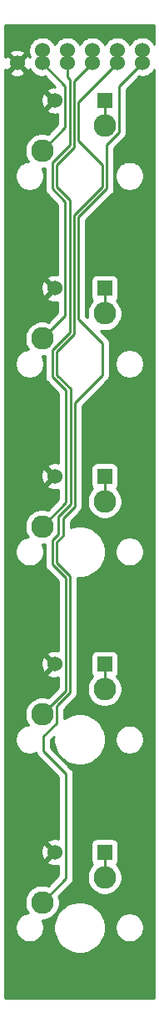
<source format=gtl>
%TF.GenerationSoftware,KiCad,Pcbnew,5.1.6-1.fc32*%
%TF.CreationDate,2020-08-03T22:39:13-06:00*%
%TF.ProjectId,5_switch_column,355f7377-6974-4636-985f-636f6c756d6e,01*%
%TF.SameCoordinates,Original*%
%TF.FileFunction,Copper,L1,Top*%
%TF.FilePolarity,Positive*%
%FSLAX46Y46*%
G04 Gerber Fmt 4.6, Leading zero omitted, Abs format (unit mm)*
G04 Created by KiCad (PCBNEW 5.1.6-1.fc32) date 2020-08-03 22:39:13*
%MOMM*%
%LPD*%
G01*
G04 APERTURE LIST*
%TA.AperFunction,ComponentPad*%
%ADD10C,2.286000*%
%TD*%
%TA.AperFunction,ComponentPad*%
%ADD11R,1.524000X1.524000*%
%TD*%
%TA.AperFunction,ComponentPad*%
%ADD12C,1.524000*%
%TD*%
%TA.AperFunction,Conductor*%
%ADD13C,0.250000*%
%TD*%
%TA.AperFunction,Conductor*%
%ADD14C,0.254000*%
%TD*%
G04 APERTURE END LIST*
D10*
%TO.P,S1,1*%
%TO.N,Net-(S1-Pad1)*%
X120000000Y-80000000D03*
%TO.P,S1,2*%
%TO.N,Net-(S1-Pad2)*%
X113650000Y-82540000D03*
D11*
%TO.P,S1,3*%
%TO.N,Net-(S1-Pad1)*%
X120000000Y-77460000D03*
D12*
%TO.P,S1,4*%
%TO.N,Net-(S1-Pad4)*%
X114920000Y-77460000D03*
%TD*%
%TO.P,S2,4*%
%TO.N,Net-(S1-Pad4)*%
X114920000Y-96460000D03*
D11*
%TO.P,S2,3*%
%TO.N,Net-(S2-Pad1)*%
X120000000Y-96460000D03*
D10*
%TO.P,S2,2*%
%TO.N,Net-(S2-Pad2)*%
X113650000Y-101540000D03*
%TO.P,S2,1*%
%TO.N,Net-(S2-Pad1)*%
X120000000Y-99000000D03*
%TD*%
%TO.P,S3,1*%
%TO.N,Net-(S3-Pad1)*%
X120000000Y-118000000D03*
%TO.P,S3,2*%
%TO.N,Net-(S3-Pad2)*%
X113650000Y-120540000D03*
D11*
%TO.P,S3,3*%
%TO.N,Net-(S3-Pad1)*%
X120000000Y-115460000D03*
D12*
%TO.P,S3,4*%
%TO.N,Net-(S1-Pad4)*%
X114920000Y-115460000D03*
%TD*%
%TO.P,S4,4*%
%TO.N,Net-(S1-Pad4)*%
X114920000Y-134460000D03*
D11*
%TO.P,S4,3*%
%TO.N,Net-(S4-Pad1)*%
X120000000Y-134460000D03*
D10*
%TO.P,S4,2*%
%TO.N,Net-(S4-Pad2)*%
X113650000Y-139540000D03*
%TO.P,S4,1*%
%TO.N,Net-(S4-Pad1)*%
X120000000Y-137000000D03*
%TD*%
%TO.P,S5,1*%
%TO.N,Net-(S5-Pad1)*%
X120000000Y-156000000D03*
%TO.P,S5,2*%
%TO.N,Net-(S5-Pad2)*%
X113650000Y-158540000D03*
D11*
%TO.P,S5,3*%
%TO.N,Net-(S5-Pad1)*%
X120000000Y-153460000D03*
D12*
%TO.P,S5,4*%
%TO.N,Net-(S1-Pad4)*%
X114920000Y-153460000D03*
%TD*%
%TO.P,U1,1*%
%TO.N,Net-(S1-Pad4)*%
X111125000Y-73660000D03*
%TO.P,U1,2*%
%TO.N,Net-(S1-Pad2)*%
X113665000Y-73660000D03*
%TO.P,U1,3*%
%TO.N,Net-(S2-Pad2)*%
X116205000Y-73660000D03*
%TO.P,U1,4*%
%TO.N,Net-(S3-Pad2)*%
X118745000Y-73660000D03*
%TO.P,U1,5*%
%TO.N,Net-(S4-Pad2)*%
X121285000Y-73660000D03*
%TO.P,U1,6*%
%TO.N,Net-(S5-Pad2)*%
X123825000Y-73660000D03*
%TO.P,U1,2*%
%TO.N,Net-(S1-Pad2)*%
X113665000Y-72390000D03*
%TO.P,U1,3*%
%TO.N,Net-(S2-Pad2)*%
X116205000Y-72390000D03*
%TO.P,U1,4*%
%TO.N,Net-(S3-Pad2)*%
X118745000Y-72390000D03*
%TO.P,U1,5*%
%TO.N,Net-(S4-Pad2)*%
X121285000Y-72390000D03*
%TO.P,U1,6*%
%TO.N,Net-(S5-Pad2)*%
X123825000Y-72390000D03*
%TD*%
D13*
%TO.N,Net-(S1-Pad2)*%
X113650000Y-73675000D02*
X113665000Y-73660000D01*
X116007001Y-76002001D02*
X113665000Y-73660000D01*
X116007001Y-80182999D02*
X116007001Y-76002001D01*
X113650000Y-82540000D02*
X116007001Y-80182999D01*
%TO.N,Net-(S1-Pad1)*%
X120000000Y-77460000D02*
X120000000Y-80000000D01*
%TO.N,Net-(S2-Pad2)*%
X116457011Y-75309011D02*
X116457011Y-81916989D01*
X116007001Y-99182999D02*
X113650000Y-101540000D01*
X116205000Y-75057000D02*
X116457011Y-75309011D01*
X116205000Y-73660000D02*
X116205000Y-75057000D01*
X114684989Y-83689011D02*
X116457011Y-81916989D01*
X114684989Y-86382401D02*
X114684989Y-83689011D01*
X116007001Y-87704413D02*
X114684989Y-86382401D01*
X116007001Y-99182999D02*
X116007001Y-87704413D01*
%TO.N,Net-(S2-Pad1)*%
X120000000Y-96460000D02*
X120000000Y-99000000D01*
%TO.N,Net-(S3-Pad2)*%
X116907021Y-75497979D02*
X118745000Y-73660000D01*
X116907021Y-82228979D02*
X116907021Y-75497979D01*
X116457011Y-87518013D02*
X115134999Y-86196001D01*
X115134999Y-86196001D02*
X115134999Y-84001001D01*
X114684989Y-102677653D02*
X116457011Y-100905631D01*
X116457011Y-100905631D02*
X116457011Y-87518013D01*
X114684989Y-105382401D02*
X114684989Y-102677653D01*
X115134999Y-84001001D02*
X116907021Y-82228979D01*
X116078000Y-106775412D02*
X114684989Y-105382401D01*
X116078000Y-118112000D02*
X116078000Y-106775412D01*
X113650000Y-120540000D02*
X116078000Y-118112000D01*
%TO.N,Net-(S3-Pad1)*%
X120000000Y-115460000D02*
X120000000Y-118000000D01*
%TO.N,Net-(S4-Pad2)*%
X113650000Y-139540000D02*
X116030000Y-137160000D01*
X115316000Y-121283590D02*
X115316000Y-119510410D01*
X114684989Y-121914601D02*
X115316000Y-121283590D01*
X114684989Y-124382401D02*
X114684989Y-121914601D01*
X116030000Y-125727412D02*
X114684989Y-124382401D01*
X116030000Y-137160000D02*
X116030000Y-125727412D01*
X115134999Y-105196001D02*
X115134999Y-103051001D01*
X116528010Y-106589012D02*
X115134999Y-105196001D01*
X116528010Y-118298400D02*
X116528010Y-106589012D01*
X115316000Y-119510410D02*
X116528010Y-118298400D01*
X115134999Y-103051001D02*
X115134999Y-102963999D01*
X117357031Y-81536029D02*
X117357031Y-77587969D01*
X119785001Y-83963999D02*
X117357031Y-81536029D01*
X119785001Y-86196001D02*
X119785001Y-83963999D01*
X116907021Y-89073981D02*
X119785001Y-86196001D01*
X117357031Y-77587969D02*
X121285000Y-73660000D01*
X116907021Y-101092031D02*
X116907021Y-89073981D01*
X115134999Y-102864053D02*
X116907021Y-101092031D01*
X115134999Y-103051001D02*
X115134999Y-102864053D01*
%TO.N,Net-(S4-Pad1)*%
X120000000Y-134460000D02*
X120000000Y-137000000D01*
%TO.N,Net-(S5-Pad2)*%
X121468001Y-76016999D02*
X123825000Y-73660000D01*
X120235011Y-81937631D02*
X121468001Y-80704641D01*
X120235011Y-86382401D02*
X120235011Y-81937631D01*
X121468001Y-80704641D02*
X121468001Y-76016999D01*
X117357031Y-89260381D02*
X120235011Y-86382401D01*
X116978020Y-108002982D02*
X119785001Y-105196001D01*
X115766010Y-121469990D02*
X115766010Y-119696810D01*
X113650000Y-158540000D02*
X116078000Y-156112000D01*
X113792000Y-143256000D02*
X113792000Y-141732000D01*
X115316000Y-138510410D02*
X116480009Y-137346401D01*
X113792000Y-141732000D02*
X115118001Y-140405999D01*
X115118001Y-140405999D02*
X115118001Y-138740001D01*
X115766010Y-119696810D02*
X116978020Y-118484800D01*
X115316000Y-138542002D02*
X115316000Y-138510410D01*
X119785001Y-105196001D02*
X119785001Y-102005001D01*
X116078000Y-145542000D02*
X113792000Y-143256000D01*
X116480009Y-125541011D02*
X115134999Y-124196001D01*
X119785001Y-102005001D02*
X117357031Y-99577031D01*
X116978020Y-118484800D02*
X116978020Y-108002982D01*
X115134999Y-124196001D02*
X115134999Y-122101001D01*
X117357031Y-99577031D02*
X117357031Y-89260381D01*
X116078000Y-156112000D02*
X116078000Y-145542000D01*
X115118001Y-138740001D02*
X115316000Y-138542002D01*
X116480009Y-137346401D02*
X116480009Y-125541011D01*
X115134999Y-122101001D02*
X115766010Y-121469990D01*
%TO.N,Net-(S5-Pad1)*%
X120000000Y-153460000D02*
X120000000Y-156000000D01*
%TD*%
D14*
%TO.N,Net-(S1-Pad4)*%
G36*
X125070001Y-71745163D02*
G01*
X125063005Y-71728273D01*
X124910120Y-71499465D01*
X124715535Y-71304880D01*
X124486727Y-71151995D01*
X124232490Y-71046686D01*
X123962592Y-70993000D01*
X123687408Y-70993000D01*
X123417510Y-71046686D01*
X123163273Y-71151995D01*
X122934465Y-71304880D01*
X122739880Y-71499465D01*
X122586995Y-71728273D01*
X122555000Y-71805515D01*
X122523005Y-71728273D01*
X122370120Y-71499465D01*
X122175535Y-71304880D01*
X121946727Y-71151995D01*
X121692490Y-71046686D01*
X121422592Y-70993000D01*
X121147408Y-70993000D01*
X120877510Y-71046686D01*
X120623273Y-71151995D01*
X120394465Y-71304880D01*
X120199880Y-71499465D01*
X120046995Y-71728273D01*
X120015000Y-71805515D01*
X119983005Y-71728273D01*
X119830120Y-71499465D01*
X119635535Y-71304880D01*
X119406727Y-71151995D01*
X119152490Y-71046686D01*
X118882592Y-70993000D01*
X118607408Y-70993000D01*
X118337510Y-71046686D01*
X118083273Y-71151995D01*
X117854465Y-71304880D01*
X117659880Y-71499465D01*
X117506995Y-71728273D01*
X117475000Y-71805515D01*
X117443005Y-71728273D01*
X117290120Y-71499465D01*
X117095535Y-71304880D01*
X116866727Y-71151995D01*
X116612490Y-71046686D01*
X116342592Y-70993000D01*
X116067408Y-70993000D01*
X115797510Y-71046686D01*
X115543273Y-71151995D01*
X115314465Y-71304880D01*
X115119880Y-71499465D01*
X114966995Y-71728273D01*
X114935000Y-71805515D01*
X114903005Y-71728273D01*
X114750120Y-71499465D01*
X114555535Y-71304880D01*
X114326727Y-71151995D01*
X114072490Y-71046686D01*
X113802592Y-70993000D01*
X113527408Y-70993000D01*
X113257510Y-71046686D01*
X113003273Y-71151995D01*
X112774465Y-71304880D01*
X112579880Y-71499465D01*
X112426995Y-71728273D01*
X112321686Y-71982510D01*
X112268000Y-72252408D01*
X112268000Y-72527592D01*
X112321686Y-72797490D01*
X112415924Y-73025000D01*
X112397308Y-73069943D01*
X112392636Y-73056977D01*
X112330656Y-72941020D01*
X112090565Y-72874040D01*
X111304605Y-73660000D01*
X112090565Y-74445960D01*
X112330656Y-74378980D01*
X112394485Y-74243240D01*
X112426995Y-74321727D01*
X112579880Y-74550535D01*
X112774465Y-74745120D01*
X113003273Y-74898005D01*
X113257510Y-75003314D01*
X113527408Y-75057000D01*
X113802592Y-75057000D01*
X113956570Y-75026372D01*
X114995190Y-76064991D01*
X114847983Y-76058090D01*
X114575867Y-76099078D01*
X114316977Y-76192364D01*
X114201020Y-76254344D01*
X114134040Y-76494435D01*
X114920000Y-77280395D01*
X114934143Y-77266253D01*
X115113748Y-77445858D01*
X115099605Y-77460000D01*
X115113748Y-77474143D01*
X114934143Y-77653748D01*
X114920000Y-77639605D01*
X114134040Y-78425565D01*
X114201020Y-78665656D01*
X114450048Y-78782756D01*
X114717135Y-78849023D01*
X114992017Y-78861910D01*
X115247001Y-78823502D01*
X115247001Y-79868197D01*
X114250823Y-80864376D01*
X114168623Y-80830328D01*
X113825118Y-80762000D01*
X113474882Y-80762000D01*
X113131377Y-80830328D01*
X112807801Y-80964357D01*
X112516591Y-81158937D01*
X112268937Y-81406591D01*
X112074357Y-81697801D01*
X111940328Y-82021377D01*
X111872000Y-82364882D01*
X111872000Y-82715118D01*
X111940328Y-83058623D01*
X112074357Y-83382199D01*
X112218563Y-83598019D01*
X111946842Y-83652068D01*
X111676589Y-83764010D01*
X111433368Y-83926525D01*
X111226525Y-84133368D01*
X111064010Y-84376589D01*
X110952068Y-84646842D01*
X110895000Y-84933740D01*
X110895000Y-85226260D01*
X110952068Y-85513158D01*
X111064010Y-85783411D01*
X111226525Y-86026632D01*
X111433368Y-86233475D01*
X111676589Y-86395990D01*
X111946842Y-86507932D01*
X112233740Y-86565000D01*
X112526260Y-86565000D01*
X112813158Y-86507932D01*
X113083411Y-86395990D01*
X113326632Y-86233475D01*
X113533475Y-86026632D01*
X113695990Y-85783411D01*
X113807932Y-85513158D01*
X113865000Y-85226260D01*
X113865000Y-84933740D01*
X113807932Y-84646842D01*
X113695990Y-84376589D01*
X113656842Y-84318000D01*
X113825118Y-84318000D01*
X113924990Y-84298134D01*
X113924989Y-86345078D01*
X113921313Y-86382401D01*
X113924989Y-86419723D01*
X113924989Y-86419733D01*
X113935986Y-86531386D01*
X113962951Y-86620278D01*
X113979443Y-86674647D01*
X114050015Y-86806677D01*
X114069956Y-86830975D01*
X114144988Y-86922402D01*
X114173992Y-86946205D01*
X115247002Y-88019216D01*
X115247001Y-95101776D01*
X115122865Y-95070977D01*
X114847983Y-95058090D01*
X114575867Y-95099078D01*
X114316977Y-95192364D01*
X114201020Y-95254344D01*
X114134040Y-95494435D01*
X114920000Y-96280395D01*
X114934143Y-96266253D01*
X115113748Y-96445858D01*
X115099605Y-96460000D01*
X115113748Y-96474143D01*
X114934143Y-96653748D01*
X114920000Y-96639605D01*
X114134040Y-97425565D01*
X114201020Y-97665656D01*
X114450048Y-97782756D01*
X114717135Y-97849023D01*
X114992017Y-97861910D01*
X115247001Y-97823503D01*
X115247001Y-98868197D01*
X114250823Y-99864376D01*
X114168623Y-99830328D01*
X113825118Y-99762000D01*
X113474882Y-99762000D01*
X113131377Y-99830328D01*
X112807801Y-99964357D01*
X112516591Y-100158937D01*
X112268937Y-100406591D01*
X112074357Y-100697801D01*
X111940328Y-101021377D01*
X111872000Y-101364882D01*
X111872000Y-101715118D01*
X111940328Y-102058623D01*
X112074357Y-102382199D01*
X112218563Y-102598019D01*
X111946842Y-102652068D01*
X111676589Y-102764010D01*
X111433368Y-102926525D01*
X111226525Y-103133368D01*
X111064010Y-103376589D01*
X110952068Y-103646842D01*
X110895000Y-103933740D01*
X110895000Y-104226260D01*
X110952068Y-104513158D01*
X111064010Y-104783411D01*
X111226525Y-105026632D01*
X111433368Y-105233475D01*
X111676589Y-105395990D01*
X111946842Y-105507932D01*
X112233740Y-105565000D01*
X112526260Y-105565000D01*
X112813158Y-105507932D01*
X113083411Y-105395990D01*
X113326632Y-105233475D01*
X113533475Y-105026632D01*
X113695990Y-104783411D01*
X113807932Y-104513158D01*
X113865000Y-104226260D01*
X113865000Y-103933740D01*
X113807932Y-103646842D01*
X113695990Y-103376589D01*
X113656842Y-103318000D01*
X113825118Y-103318000D01*
X113924990Y-103298134D01*
X113924989Y-105345078D01*
X113921313Y-105382401D01*
X113924989Y-105419723D01*
X113924989Y-105419733D01*
X113935986Y-105531386D01*
X113979443Y-105674647D01*
X114050015Y-105806677D01*
X114069956Y-105830975D01*
X114144988Y-105922402D01*
X114173992Y-105946205D01*
X115318001Y-107090215D01*
X115318000Y-114119392D01*
X115122865Y-114070977D01*
X114847983Y-114058090D01*
X114575867Y-114099078D01*
X114316977Y-114192364D01*
X114201020Y-114254344D01*
X114134040Y-114494435D01*
X114920000Y-115280395D01*
X114934143Y-115266253D01*
X115113748Y-115445858D01*
X115099605Y-115460000D01*
X115113748Y-115474143D01*
X114934143Y-115653748D01*
X114920000Y-115639605D01*
X114134040Y-116425565D01*
X114201020Y-116665656D01*
X114450048Y-116782756D01*
X114717135Y-116849023D01*
X114992017Y-116861910D01*
X115264133Y-116820922D01*
X115318000Y-116801512D01*
X115318000Y-117797198D01*
X114250823Y-118864376D01*
X114168623Y-118830328D01*
X113825118Y-118762000D01*
X113474882Y-118762000D01*
X113131377Y-118830328D01*
X112807801Y-118964357D01*
X112516591Y-119158937D01*
X112268937Y-119406591D01*
X112074357Y-119697801D01*
X111940328Y-120021377D01*
X111872000Y-120364882D01*
X111872000Y-120715118D01*
X111940328Y-121058623D01*
X112074357Y-121382199D01*
X112218563Y-121598019D01*
X111946842Y-121652068D01*
X111676589Y-121764010D01*
X111433368Y-121926525D01*
X111226525Y-122133368D01*
X111064010Y-122376589D01*
X110952068Y-122646842D01*
X110895000Y-122933740D01*
X110895000Y-123226260D01*
X110952068Y-123513158D01*
X111064010Y-123783411D01*
X111226525Y-124026632D01*
X111433368Y-124233475D01*
X111676589Y-124395990D01*
X111946842Y-124507932D01*
X112233740Y-124565000D01*
X112526260Y-124565000D01*
X112813158Y-124507932D01*
X113083411Y-124395990D01*
X113326632Y-124233475D01*
X113533475Y-124026632D01*
X113695990Y-123783411D01*
X113807932Y-123513158D01*
X113865000Y-123226260D01*
X113865000Y-122933740D01*
X113807932Y-122646842D01*
X113695990Y-122376589D01*
X113656842Y-122318000D01*
X113825118Y-122318000D01*
X113924990Y-122298134D01*
X113924989Y-124345078D01*
X113921313Y-124382401D01*
X113924989Y-124419723D01*
X113924989Y-124419733D01*
X113935986Y-124531386D01*
X113979443Y-124674647D01*
X114050015Y-124806677D01*
X114069956Y-124830975D01*
X114144988Y-124922402D01*
X114173992Y-124946205D01*
X115270001Y-126042215D01*
X115270000Y-133107483D01*
X115122865Y-133070977D01*
X114847983Y-133058090D01*
X114575867Y-133099078D01*
X114316977Y-133192364D01*
X114201020Y-133254344D01*
X114134040Y-133494435D01*
X114920000Y-134280395D01*
X114934143Y-134266253D01*
X115113748Y-134445858D01*
X115099605Y-134460000D01*
X115113748Y-134474143D01*
X114934143Y-134653748D01*
X114920000Y-134639605D01*
X114134040Y-135425565D01*
X114201020Y-135665656D01*
X114450048Y-135782756D01*
X114717135Y-135849023D01*
X114992017Y-135861910D01*
X115264133Y-135820922D01*
X115270000Y-135818808D01*
X115270000Y-136845198D01*
X114250823Y-137864376D01*
X114168623Y-137830328D01*
X113825118Y-137762000D01*
X113474882Y-137762000D01*
X113131377Y-137830328D01*
X112807801Y-137964357D01*
X112516591Y-138158937D01*
X112268937Y-138406591D01*
X112074357Y-138697801D01*
X111940328Y-139021377D01*
X111872000Y-139364882D01*
X111872000Y-139715118D01*
X111940328Y-140058623D01*
X112074357Y-140382199D01*
X112218563Y-140598019D01*
X111946842Y-140652068D01*
X111676589Y-140764010D01*
X111433368Y-140926525D01*
X111226525Y-141133368D01*
X111064010Y-141376589D01*
X110952068Y-141646842D01*
X110895000Y-141933740D01*
X110895000Y-142226260D01*
X110952068Y-142513158D01*
X111064010Y-142783411D01*
X111226525Y-143026632D01*
X111433368Y-143233475D01*
X111676589Y-143395990D01*
X111946842Y-143507932D01*
X112233740Y-143565000D01*
X112526260Y-143565000D01*
X112813158Y-143507932D01*
X113045084Y-143411865D01*
X113074225Y-143507932D01*
X113086454Y-143548246D01*
X113157026Y-143680276D01*
X113196871Y-143728826D01*
X113251999Y-143796001D01*
X113281003Y-143819804D01*
X115318001Y-145856803D01*
X115318000Y-152119392D01*
X115122865Y-152070977D01*
X114847983Y-152058090D01*
X114575867Y-152099078D01*
X114316977Y-152192364D01*
X114201020Y-152254344D01*
X114134040Y-152494435D01*
X114920000Y-153280395D01*
X114934143Y-153266253D01*
X115113748Y-153445858D01*
X115099605Y-153460000D01*
X115113748Y-153474143D01*
X114934143Y-153653748D01*
X114920000Y-153639605D01*
X114134040Y-154425565D01*
X114201020Y-154665656D01*
X114450048Y-154782756D01*
X114717135Y-154849023D01*
X114992017Y-154861910D01*
X115264133Y-154820922D01*
X115318000Y-154801512D01*
X115318000Y-155797198D01*
X114250823Y-156864376D01*
X114168623Y-156830328D01*
X113825118Y-156762000D01*
X113474882Y-156762000D01*
X113131377Y-156830328D01*
X112807801Y-156964357D01*
X112516591Y-157158937D01*
X112268937Y-157406591D01*
X112074357Y-157697801D01*
X111940328Y-158021377D01*
X111872000Y-158364882D01*
X111872000Y-158715118D01*
X111940328Y-159058623D01*
X112074357Y-159382199D01*
X112218563Y-159598019D01*
X111946842Y-159652068D01*
X111676589Y-159764010D01*
X111433368Y-159926525D01*
X111226525Y-160133368D01*
X111064010Y-160376589D01*
X110952068Y-160646842D01*
X110895000Y-160933740D01*
X110895000Y-161226260D01*
X110952068Y-161513158D01*
X111064010Y-161783411D01*
X111226525Y-162026632D01*
X111433368Y-162233475D01*
X111676589Y-162395990D01*
X111946842Y-162507932D01*
X112233740Y-162565000D01*
X112526260Y-162565000D01*
X112813158Y-162507932D01*
X113083411Y-162395990D01*
X113326632Y-162233475D01*
X113533475Y-162026632D01*
X113695990Y-161783411D01*
X113807932Y-161513158D01*
X113865000Y-161226260D01*
X113865000Y-160933740D01*
X113842471Y-160820475D01*
X114825000Y-160820475D01*
X114825000Y-161339525D01*
X114926261Y-161848601D01*
X115124893Y-162328141D01*
X115413262Y-162759715D01*
X115780285Y-163126738D01*
X116211859Y-163415107D01*
X116691399Y-163613739D01*
X117200475Y-163715000D01*
X117719525Y-163715000D01*
X118228601Y-163613739D01*
X118708141Y-163415107D01*
X119139715Y-163126738D01*
X119506738Y-162759715D01*
X119795107Y-162328141D01*
X119993739Y-161848601D01*
X120095000Y-161339525D01*
X120095000Y-160933740D01*
X121055000Y-160933740D01*
X121055000Y-161226260D01*
X121112068Y-161513158D01*
X121224010Y-161783411D01*
X121386525Y-162026632D01*
X121593368Y-162233475D01*
X121836589Y-162395990D01*
X122106842Y-162507932D01*
X122393740Y-162565000D01*
X122686260Y-162565000D01*
X122973158Y-162507932D01*
X123243411Y-162395990D01*
X123486632Y-162233475D01*
X123693475Y-162026632D01*
X123855990Y-161783411D01*
X123967932Y-161513158D01*
X124025000Y-161226260D01*
X124025000Y-160933740D01*
X123967932Y-160646842D01*
X123855990Y-160376589D01*
X123693475Y-160133368D01*
X123486632Y-159926525D01*
X123243411Y-159764010D01*
X122973158Y-159652068D01*
X122686260Y-159595000D01*
X122393740Y-159595000D01*
X122106842Y-159652068D01*
X121836589Y-159764010D01*
X121593368Y-159926525D01*
X121386525Y-160133368D01*
X121224010Y-160376589D01*
X121112068Y-160646842D01*
X121055000Y-160933740D01*
X120095000Y-160933740D01*
X120095000Y-160820475D01*
X119993739Y-160311399D01*
X119795107Y-159831859D01*
X119506738Y-159400285D01*
X119139715Y-159033262D01*
X118708141Y-158744893D01*
X118228601Y-158546261D01*
X117719525Y-158445000D01*
X117200475Y-158445000D01*
X116691399Y-158546261D01*
X116211859Y-158744893D01*
X115780285Y-159033262D01*
X115413262Y-159400285D01*
X115124893Y-159831859D01*
X114926261Y-160311399D01*
X114825000Y-160820475D01*
X113842471Y-160820475D01*
X113807932Y-160646842D01*
X113695990Y-160376589D01*
X113656842Y-160318000D01*
X113825118Y-160318000D01*
X114168623Y-160249672D01*
X114492199Y-160115643D01*
X114783409Y-159921063D01*
X115031063Y-159673409D01*
X115225643Y-159382199D01*
X115359672Y-159058623D01*
X115428000Y-158715118D01*
X115428000Y-158364882D01*
X115359672Y-158021377D01*
X115325624Y-157939177D01*
X116589004Y-156675798D01*
X116618001Y-156652001D01*
X116712974Y-156536276D01*
X116783546Y-156404247D01*
X116827003Y-156260986D01*
X116838000Y-156149333D01*
X116838000Y-156149332D01*
X116841677Y-156112000D01*
X116838000Y-156074667D01*
X116838000Y-155824882D01*
X118222000Y-155824882D01*
X118222000Y-156175118D01*
X118290328Y-156518623D01*
X118424357Y-156842199D01*
X118618937Y-157133409D01*
X118866591Y-157381063D01*
X119157801Y-157575643D01*
X119481377Y-157709672D01*
X119824882Y-157778000D01*
X120175118Y-157778000D01*
X120518623Y-157709672D01*
X120842199Y-157575643D01*
X121133409Y-157381063D01*
X121381063Y-157133409D01*
X121575643Y-156842199D01*
X121709672Y-156518623D01*
X121778000Y-156175118D01*
X121778000Y-155824882D01*
X121709672Y-155481377D01*
X121575643Y-155157801D01*
X121381063Y-154866591D01*
X121199164Y-154684692D01*
X121213185Y-154673185D01*
X121292537Y-154576494D01*
X121351502Y-154466180D01*
X121387812Y-154346482D01*
X121400072Y-154222000D01*
X121400072Y-152698000D01*
X121387812Y-152573518D01*
X121351502Y-152453820D01*
X121292537Y-152343506D01*
X121213185Y-152246815D01*
X121116494Y-152167463D01*
X121006180Y-152108498D01*
X120886482Y-152072188D01*
X120762000Y-152059928D01*
X119238000Y-152059928D01*
X119113518Y-152072188D01*
X118993820Y-152108498D01*
X118883506Y-152167463D01*
X118786815Y-152246815D01*
X118707463Y-152343506D01*
X118648498Y-152453820D01*
X118612188Y-152573518D01*
X118599928Y-152698000D01*
X118599928Y-154222000D01*
X118612188Y-154346482D01*
X118648498Y-154466180D01*
X118707463Y-154576494D01*
X118786815Y-154673185D01*
X118800836Y-154684692D01*
X118618937Y-154866591D01*
X118424357Y-155157801D01*
X118290328Y-155481377D01*
X118222000Y-155824882D01*
X116838000Y-155824882D01*
X116838000Y-145579322D01*
X116841676Y-145541999D01*
X116838000Y-145504676D01*
X116838000Y-145504667D01*
X116827003Y-145393014D01*
X116783546Y-145249753D01*
X116712974Y-145117724D01*
X116618001Y-145001999D01*
X116589003Y-144978201D01*
X114552000Y-142941199D01*
X114552000Y-142046801D01*
X114836589Y-141762212D01*
X114825000Y-141820475D01*
X114825000Y-142339525D01*
X114926261Y-142848601D01*
X115124893Y-143328141D01*
X115413262Y-143759715D01*
X115780285Y-144126738D01*
X116211859Y-144415107D01*
X116691399Y-144613739D01*
X117200475Y-144715000D01*
X117719525Y-144715000D01*
X118228601Y-144613739D01*
X118708141Y-144415107D01*
X119139715Y-144126738D01*
X119506738Y-143759715D01*
X119795107Y-143328141D01*
X119993739Y-142848601D01*
X120095000Y-142339525D01*
X120095000Y-141933740D01*
X121055000Y-141933740D01*
X121055000Y-142226260D01*
X121112068Y-142513158D01*
X121224010Y-142783411D01*
X121386525Y-143026632D01*
X121593368Y-143233475D01*
X121836589Y-143395990D01*
X122106842Y-143507932D01*
X122393740Y-143565000D01*
X122686260Y-143565000D01*
X122973158Y-143507932D01*
X123243411Y-143395990D01*
X123486632Y-143233475D01*
X123693475Y-143026632D01*
X123855990Y-142783411D01*
X123967932Y-142513158D01*
X124025000Y-142226260D01*
X124025000Y-141933740D01*
X123967932Y-141646842D01*
X123855990Y-141376589D01*
X123693475Y-141133368D01*
X123486632Y-140926525D01*
X123243411Y-140764010D01*
X122973158Y-140652068D01*
X122686260Y-140595000D01*
X122393740Y-140595000D01*
X122106842Y-140652068D01*
X121836589Y-140764010D01*
X121593368Y-140926525D01*
X121386525Y-141133368D01*
X121224010Y-141376589D01*
X121112068Y-141646842D01*
X121055000Y-141933740D01*
X120095000Y-141933740D01*
X120095000Y-141820475D01*
X119993739Y-141311399D01*
X119795107Y-140831859D01*
X119506738Y-140400285D01*
X119139715Y-140033262D01*
X118708141Y-139744893D01*
X118228601Y-139546261D01*
X117719525Y-139445000D01*
X117200475Y-139445000D01*
X116691399Y-139546261D01*
X116211859Y-139744893D01*
X115878001Y-139967970D01*
X115878001Y-139055196D01*
X115950974Y-138966278D01*
X115969394Y-138931817D01*
X116991013Y-137910199D01*
X117020010Y-137886402D01*
X117114983Y-137770677D01*
X117185555Y-137638648D01*
X117229012Y-137495387D01*
X117240009Y-137383734D01*
X117240009Y-137383725D01*
X117243685Y-137346402D01*
X117240009Y-137309079D01*
X117240009Y-136824882D01*
X118222000Y-136824882D01*
X118222000Y-137175118D01*
X118290328Y-137518623D01*
X118424357Y-137842199D01*
X118618937Y-138133409D01*
X118866591Y-138381063D01*
X119157801Y-138575643D01*
X119481377Y-138709672D01*
X119824882Y-138778000D01*
X120175118Y-138778000D01*
X120518623Y-138709672D01*
X120842199Y-138575643D01*
X121133409Y-138381063D01*
X121381063Y-138133409D01*
X121575643Y-137842199D01*
X121709672Y-137518623D01*
X121778000Y-137175118D01*
X121778000Y-136824882D01*
X121709672Y-136481377D01*
X121575643Y-136157801D01*
X121381063Y-135866591D01*
X121199164Y-135684692D01*
X121213185Y-135673185D01*
X121292537Y-135576494D01*
X121351502Y-135466180D01*
X121387812Y-135346482D01*
X121400072Y-135222000D01*
X121400072Y-133698000D01*
X121387812Y-133573518D01*
X121351502Y-133453820D01*
X121292537Y-133343506D01*
X121213185Y-133246815D01*
X121116494Y-133167463D01*
X121006180Y-133108498D01*
X120886482Y-133072188D01*
X120762000Y-133059928D01*
X119238000Y-133059928D01*
X119113518Y-133072188D01*
X118993820Y-133108498D01*
X118883506Y-133167463D01*
X118786815Y-133246815D01*
X118707463Y-133343506D01*
X118648498Y-133453820D01*
X118612188Y-133573518D01*
X118599928Y-133698000D01*
X118599928Y-135222000D01*
X118612188Y-135346482D01*
X118648498Y-135466180D01*
X118707463Y-135576494D01*
X118786815Y-135673185D01*
X118800836Y-135684692D01*
X118618937Y-135866591D01*
X118424357Y-136157801D01*
X118290328Y-136481377D01*
X118222000Y-136824882D01*
X117240009Y-136824882D01*
X117240009Y-125715000D01*
X117719525Y-125715000D01*
X118228601Y-125613739D01*
X118708141Y-125415107D01*
X119139715Y-125126738D01*
X119506738Y-124759715D01*
X119795107Y-124328141D01*
X119993739Y-123848601D01*
X120095000Y-123339525D01*
X120095000Y-122933740D01*
X121055000Y-122933740D01*
X121055000Y-123226260D01*
X121112068Y-123513158D01*
X121224010Y-123783411D01*
X121386525Y-124026632D01*
X121593368Y-124233475D01*
X121836589Y-124395990D01*
X122106842Y-124507932D01*
X122393740Y-124565000D01*
X122686260Y-124565000D01*
X122973158Y-124507932D01*
X123243411Y-124395990D01*
X123486632Y-124233475D01*
X123693475Y-124026632D01*
X123855990Y-123783411D01*
X123967932Y-123513158D01*
X124025000Y-123226260D01*
X124025000Y-122933740D01*
X123967932Y-122646842D01*
X123855990Y-122376589D01*
X123693475Y-122133368D01*
X123486632Y-121926525D01*
X123243411Y-121764010D01*
X122973158Y-121652068D01*
X122686260Y-121595000D01*
X122393740Y-121595000D01*
X122106842Y-121652068D01*
X121836589Y-121764010D01*
X121593368Y-121926525D01*
X121386525Y-122133368D01*
X121224010Y-122376589D01*
X121112068Y-122646842D01*
X121055000Y-122933740D01*
X120095000Y-122933740D01*
X120095000Y-122820475D01*
X119993739Y-122311399D01*
X119795107Y-121831859D01*
X119506738Y-121400285D01*
X119139715Y-121033262D01*
X118708141Y-120744893D01*
X118228601Y-120546261D01*
X117719525Y-120445000D01*
X117200475Y-120445000D01*
X116691399Y-120546261D01*
X116526010Y-120614767D01*
X116526010Y-120011611D01*
X117489024Y-119048598D01*
X117518021Y-119024801D01*
X117545544Y-118991264D01*
X117612994Y-118909077D01*
X117683566Y-118777047D01*
X117692761Y-118746733D01*
X117727023Y-118633786D01*
X117738020Y-118522133D01*
X117738020Y-118522123D01*
X117741696Y-118484800D01*
X117738020Y-118447478D01*
X117738020Y-117824882D01*
X118222000Y-117824882D01*
X118222000Y-118175118D01*
X118290328Y-118518623D01*
X118424357Y-118842199D01*
X118618937Y-119133409D01*
X118866591Y-119381063D01*
X119157801Y-119575643D01*
X119481377Y-119709672D01*
X119824882Y-119778000D01*
X120175118Y-119778000D01*
X120518623Y-119709672D01*
X120842199Y-119575643D01*
X121133409Y-119381063D01*
X121381063Y-119133409D01*
X121575643Y-118842199D01*
X121709672Y-118518623D01*
X121778000Y-118175118D01*
X121778000Y-117824882D01*
X121709672Y-117481377D01*
X121575643Y-117157801D01*
X121381063Y-116866591D01*
X121199164Y-116684692D01*
X121213185Y-116673185D01*
X121292537Y-116576494D01*
X121351502Y-116466180D01*
X121387812Y-116346482D01*
X121400072Y-116222000D01*
X121400072Y-114698000D01*
X121387812Y-114573518D01*
X121351502Y-114453820D01*
X121292537Y-114343506D01*
X121213185Y-114246815D01*
X121116494Y-114167463D01*
X121006180Y-114108498D01*
X120886482Y-114072188D01*
X120762000Y-114059928D01*
X119238000Y-114059928D01*
X119113518Y-114072188D01*
X118993820Y-114108498D01*
X118883506Y-114167463D01*
X118786815Y-114246815D01*
X118707463Y-114343506D01*
X118648498Y-114453820D01*
X118612188Y-114573518D01*
X118599928Y-114698000D01*
X118599928Y-116222000D01*
X118612188Y-116346482D01*
X118648498Y-116466180D01*
X118707463Y-116576494D01*
X118786815Y-116673185D01*
X118800836Y-116684692D01*
X118618937Y-116866591D01*
X118424357Y-117157801D01*
X118290328Y-117481377D01*
X118222000Y-117824882D01*
X117738020Y-117824882D01*
X117738020Y-108317783D01*
X120296005Y-105759799D01*
X120325002Y-105736002D01*
X120419975Y-105620277D01*
X120490547Y-105488248D01*
X120534004Y-105344987D01*
X120545001Y-105233334D01*
X120545001Y-105233333D01*
X120548678Y-105196001D01*
X120545001Y-105158668D01*
X120545001Y-103933740D01*
X121055000Y-103933740D01*
X121055000Y-104226260D01*
X121112068Y-104513158D01*
X121224010Y-104783411D01*
X121386525Y-105026632D01*
X121593368Y-105233475D01*
X121836589Y-105395990D01*
X122106842Y-105507932D01*
X122393740Y-105565000D01*
X122686260Y-105565000D01*
X122973158Y-105507932D01*
X123243411Y-105395990D01*
X123486632Y-105233475D01*
X123693475Y-105026632D01*
X123855990Y-104783411D01*
X123967932Y-104513158D01*
X124025000Y-104226260D01*
X124025000Y-103933740D01*
X123967932Y-103646842D01*
X123855990Y-103376589D01*
X123693475Y-103133368D01*
X123486632Y-102926525D01*
X123243411Y-102764010D01*
X122973158Y-102652068D01*
X122686260Y-102595000D01*
X122393740Y-102595000D01*
X122106842Y-102652068D01*
X121836589Y-102764010D01*
X121593368Y-102926525D01*
X121386525Y-103133368D01*
X121224010Y-103376589D01*
X121112068Y-103646842D01*
X121055000Y-103933740D01*
X120545001Y-103933740D01*
X120545001Y-102042323D01*
X120548677Y-102005000D01*
X120545001Y-101967677D01*
X120545001Y-101967668D01*
X120534004Y-101856015D01*
X120490547Y-101712754D01*
X120447400Y-101632032D01*
X120419975Y-101580724D01*
X120348800Y-101493998D01*
X120325002Y-101465000D01*
X120296004Y-101441202D01*
X119585107Y-100730305D01*
X119824882Y-100778000D01*
X120175118Y-100778000D01*
X120518623Y-100709672D01*
X120842199Y-100575643D01*
X121133409Y-100381063D01*
X121381063Y-100133409D01*
X121575643Y-99842199D01*
X121709672Y-99518623D01*
X121778000Y-99175118D01*
X121778000Y-98824882D01*
X121709672Y-98481377D01*
X121575643Y-98157801D01*
X121381063Y-97866591D01*
X121199164Y-97684692D01*
X121213185Y-97673185D01*
X121292537Y-97576494D01*
X121351502Y-97466180D01*
X121387812Y-97346482D01*
X121400072Y-97222000D01*
X121400072Y-95698000D01*
X121387812Y-95573518D01*
X121351502Y-95453820D01*
X121292537Y-95343506D01*
X121213185Y-95246815D01*
X121116494Y-95167463D01*
X121006180Y-95108498D01*
X120886482Y-95072188D01*
X120762000Y-95059928D01*
X119238000Y-95059928D01*
X119113518Y-95072188D01*
X118993820Y-95108498D01*
X118883506Y-95167463D01*
X118786815Y-95246815D01*
X118707463Y-95343506D01*
X118648498Y-95453820D01*
X118612188Y-95573518D01*
X118599928Y-95698000D01*
X118599928Y-97222000D01*
X118612188Y-97346482D01*
X118648498Y-97466180D01*
X118707463Y-97576494D01*
X118786815Y-97673185D01*
X118800836Y-97684692D01*
X118618937Y-97866591D01*
X118424357Y-98157801D01*
X118290328Y-98481377D01*
X118222000Y-98824882D01*
X118222000Y-99175118D01*
X118269695Y-99414894D01*
X118117031Y-99262230D01*
X118117031Y-89575182D01*
X120746015Y-86946199D01*
X120775012Y-86922402D01*
X120869985Y-86806677D01*
X120940557Y-86674648D01*
X120984014Y-86531387D01*
X120995011Y-86419734D01*
X120995011Y-86419725D01*
X120998687Y-86382402D01*
X120995011Y-86345079D01*
X120995011Y-84933740D01*
X121055000Y-84933740D01*
X121055000Y-85226260D01*
X121112068Y-85513158D01*
X121224010Y-85783411D01*
X121386525Y-86026632D01*
X121593368Y-86233475D01*
X121836589Y-86395990D01*
X122106842Y-86507932D01*
X122393740Y-86565000D01*
X122686260Y-86565000D01*
X122973158Y-86507932D01*
X123243411Y-86395990D01*
X123486632Y-86233475D01*
X123693475Y-86026632D01*
X123855990Y-85783411D01*
X123967932Y-85513158D01*
X124025000Y-85226260D01*
X124025000Y-84933740D01*
X123967932Y-84646842D01*
X123855990Y-84376589D01*
X123693475Y-84133368D01*
X123486632Y-83926525D01*
X123243411Y-83764010D01*
X122973158Y-83652068D01*
X122686260Y-83595000D01*
X122393740Y-83595000D01*
X122106842Y-83652068D01*
X121836589Y-83764010D01*
X121593368Y-83926525D01*
X121386525Y-84133368D01*
X121224010Y-84376589D01*
X121112068Y-84646842D01*
X121055000Y-84933740D01*
X120995011Y-84933740D01*
X120995011Y-82252432D01*
X121979005Y-81268439D01*
X122008002Y-81244642D01*
X122102975Y-81128917D01*
X122173547Y-80996888D01*
X122217004Y-80853627D01*
X122228001Y-80741974D01*
X122228001Y-80741965D01*
X122231677Y-80704642D01*
X122228001Y-80667319D01*
X122228001Y-76331800D01*
X123533430Y-75026372D01*
X123687408Y-75057000D01*
X123962592Y-75057000D01*
X124232490Y-75003314D01*
X124486727Y-74898005D01*
X124715535Y-74745120D01*
X124910120Y-74550535D01*
X125063005Y-74321727D01*
X125070001Y-74304837D01*
X125070000Y-168250000D01*
X109880000Y-168250000D01*
X109880000Y-153532017D01*
X113518090Y-153532017D01*
X113559078Y-153804133D01*
X113652364Y-154063023D01*
X113714344Y-154178980D01*
X113954435Y-154245960D01*
X114740395Y-153460000D01*
X113954435Y-152674040D01*
X113714344Y-152741020D01*
X113597244Y-152990048D01*
X113530977Y-153257135D01*
X113518090Y-153532017D01*
X109880000Y-153532017D01*
X109880000Y-134532017D01*
X113518090Y-134532017D01*
X113559078Y-134804133D01*
X113652364Y-135063023D01*
X113714344Y-135178980D01*
X113954435Y-135245960D01*
X114740395Y-134460000D01*
X113954435Y-133674040D01*
X113714344Y-133741020D01*
X113597244Y-133990048D01*
X113530977Y-134257135D01*
X113518090Y-134532017D01*
X109880000Y-134532017D01*
X109880000Y-115532017D01*
X113518090Y-115532017D01*
X113559078Y-115804133D01*
X113652364Y-116063023D01*
X113714344Y-116178980D01*
X113954435Y-116245960D01*
X114740395Y-115460000D01*
X113954435Y-114674040D01*
X113714344Y-114741020D01*
X113597244Y-114990048D01*
X113530977Y-115257135D01*
X113518090Y-115532017D01*
X109880000Y-115532017D01*
X109880000Y-96532017D01*
X113518090Y-96532017D01*
X113559078Y-96804133D01*
X113652364Y-97063023D01*
X113714344Y-97178980D01*
X113954435Y-97245960D01*
X114740395Y-96460000D01*
X113954435Y-95674040D01*
X113714344Y-95741020D01*
X113597244Y-95990048D01*
X113530977Y-96257135D01*
X113518090Y-96532017D01*
X109880000Y-96532017D01*
X109880000Y-77532017D01*
X113518090Y-77532017D01*
X113559078Y-77804133D01*
X113652364Y-78063023D01*
X113714344Y-78178980D01*
X113954435Y-78245960D01*
X114740395Y-77460000D01*
X113954435Y-76674040D01*
X113714344Y-76741020D01*
X113597244Y-76990048D01*
X113530977Y-77257135D01*
X113518090Y-77532017D01*
X109880000Y-77532017D01*
X109880000Y-74625565D01*
X110339040Y-74625565D01*
X110406020Y-74865656D01*
X110655048Y-74982756D01*
X110922135Y-75049023D01*
X111197017Y-75061910D01*
X111469133Y-75020922D01*
X111728023Y-74927636D01*
X111843980Y-74865656D01*
X111910960Y-74625565D01*
X111125000Y-73839605D01*
X110339040Y-74625565D01*
X109880000Y-74625565D01*
X109880000Y-74305372D01*
X109919344Y-74378980D01*
X110159435Y-74445960D01*
X110945395Y-73660000D01*
X110159435Y-72874040D01*
X109919344Y-72941020D01*
X109880000Y-73024690D01*
X109880000Y-72694435D01*
X110339040Y-72694435D01*
X111125000Y-73480395D01*
X111910960Y-72694435D01*
X111843980Y-72454344D01*
X111594952Y-72337244D01*
X111327865Y-72270977D01*
X111052983Y-72258090D01*
X110780867Y-72299078D01*
X110521977Y-72392364D01*
X110406020Y-72454344D01*
X110339040Y-72694435D01*
X109880000Y-72694435D01*
X109880000Y-69875000D01*
X125070001Y-69875000D01*
X125070001Y-71745163D01*
G37*
X125070001Y-71745163D02*
X125063005Y-71728273D01*
X124910120Y-71499465D01*
X124715535Y-71304880D01*
X124486727Y-71151995D01*
X124232490Y-71046686D01*
X123962592Y-70993000D01*
X123687408Y-70993000D01*
X123417510Y-71046686D01*
X123163273Y-71151995D01*
X122934465Y-71304880D01*
X122739880Y-71499465D01*
X122586995Y-71728273D01*
X122555000Y-71805515D01*
X122523005Y-71728273D01*
X122370120Y-71499465D01*
X122175535Y-71304880D01*
X121946727Y-71151995D01*
X121692490Y-71046686D01*
X121422592Y-70993000D01*
X121147408Y-70993000D01*
X120877510Y-71046686D01*
X120623273Y-71151995D01*
X120394465Y-71304880D01*
X120199880Y-71499465D01*
X120046995Y-71728273D01*
X120015000Y-71805515D01*
X119983005Y-71728273D01*
X119830120Y-71499465D01*
X119635535Y-71304880D01*
X119406727Y-71151995D01*
X119152490Y-71046686D01*
X118882592Y-70993000D01*
X118607408Y-70993000D01*
X118337510Y-71046686D01*
X118083273Y-71151995D01*
X117854465Y-71304880D01*
X117659880Y-71499465D01*
X117506995Y-71728273D01*
X117475000Y-71805515D01*
X117443005Y-71728273D01*
X117290120Y-71499465D01*
X117095535Y-71304880D01*
X116866727Y-71151995D01*
X116612490Y-71046686D01*
X116342592Y-70993000D01*
X116067408Y-70993000D01*
X115797510Y-71046686D01*
X115543273Y-71151995D01*
X115314465Y-71304880D01*
X115119880Y-71499465D01*
X114966995Y-71728273D01*
X114935000Y-71805515D01*
X114903005Y-71728273D01*
X114750120Y-71499465D01*
X114555535Y-71304880D01*
X114326727Y-71151995D01*
X114072490Y-71046686D01*
X113802592Y-70993000D01*
X113527408Y-70993000D01*
X113257510Y-71046686D01*
X113003273Y-71151995D01*
X112774465Y-71304880D01*
X112579880Y-71499465D01*
X112426995Y-71728273D01*
X112321686Y-71982510D01*
X112268000Y-72252408D01*
X112268000Y-72527592D01*
X112321686Y-72797490D01*
X112415924Y-73025000D01*
X112397308Y-73069943D01*
X112392636Y-73056977D01*
X112330656Y-72941020D01*
X112090565Y-72874040D01*
X111304605Y-73660000D01*
X112090565Y-74445960D01*
X112330656Y-74378980D01*
X112394485Y-74243240D01*
X112426995Y-74321727D01*
X112579880Y-74550535D01*
X112774465Y-74745120D01*
X113003273Y-74898005D01*
X113257510Y-75003314D01*
X113527408Y-75057000D01*
X113802592Y-75057000D01*
X113956570Y-75026372D01*
X114995190Y-76064991D01*
X114847983Y-76058090D01*
X114575867Y-76099078D01*
X114316977Y-76192364D01*
X114201020Y-76254344D01*
X114134040Y-76494435D01*
X114920000Y-77280395D01*
X114934143Y-77266253D01*
X115113748Y-77445858D01*
X115099605Y-77460000D01*
X115113748Y-77474143D01*
X114934143Y-77653748D01*
X114920000Y-77639605D01*
X114134040Y-78425565D01*
X114201020Y-78665656D01*
X114450048Y-78782756D01*
X114717135Y-78849023D01*
X114992017Y-78861910D01*
X115247001Y-78823502D01*
X115247001Y-79868197D01*
X114250823Y-80864376D01*
X114168623Y-80830328D01*
X113825118Y-80762000D01*
X113474882Y-80762000D01*
X113131377Y-80830328D01*
X112807801Y-80964357D01*
X112516591Y-81158937D01*
X112268937Y-81406591D01*
X112074357Y-81697801D01*
X111940328Y-82021377D01*
X111872000Y-82364882D01*
X111872000Y-82715118D01*
X111940328Y-83058623D01*
X112074357Y-83382199D01*
X112218563Y-83598019D01*
X111946842Y-83652068D01*
X111676589Y-83764010D01*
X111433368Y-83926525D01*
X111226525Y-84133368D01*
X111064010Y-84376589D01*
X110952068Y-84646842D01*
X110895000Y-84933740D01*
X110895000Y-85226260D01*
X110952068Y-85513158D01*
X111064010Y-85783411D01*
X111226525Y-86026632D01*
X111433368Y-86233475D01*
X111676589Y-86395990D01*
X111946842Y-86507932D01*
X112233740Y-86565000D01*
X112526260Y-86565000D01*
X112813158Y-86507932D01*
X113083411Y-86395990D01*
X113326632Y-86233475D01*
X113533475Y-86026632D01*
X113695990Y-85783411D01*
X113807932Y-85513158D01*
X113865000Y-85226260D01*
X113865000Y-84933740D01*
X113807932Y-84646842D01*
X113695990Y-84376589D01*
X113656842Y-84318000D01*
X113825118Y-84318000D01*
X113924990Y-84298134D01*
X113924989Y-86345078D01*
X113921313Y-86382401D01*
X113924989Y-86419723D01*
X113924989Y-86419733D01*
X113935986Y-86531386D01*
X113962951Y-86620278D01*
X113979443Y-86674647D01*
X114050015Y-86806677D01*
X114069956Y-86830975D01*
X114144988Y-86922402D01*
X114173992Y-86946205D01*
X115247002Y-88019216D01*
X115247001Y-95101776D01*
X115122865Y-95070977D01*
X114847983Y-95058090D01*
X114575867Y-95099078D01*
X114316977Y-95192364D01*
X114201020Y-95254344D01*
X114134040Y-95494435D01*
X114920000Y-96280395D01*
X114934143Y-96266253D01*
X115113748Y-96445858D01*
X115099605Y-96460000D01*
X115113748Y-96474143D01*
X114934143Y-96653748D01*
X114920000Y-96639605D01*
X114134040Y-97425565D01*
X114201020Y-97665656D01*
X114450048Y-97782756D01*
X114717135Y-97849023D01*
X114992017Y-97861910D01*
X115247001Y-97823503D01*
X115247001Y-98868197D01*
X114250823Y-99864376D01*
X114168623Y-99830328D01*
X113825118Y-99762000D01*
X113474882Y-99762000D01*
X113131377Y-99830328D01*
X112807801Y-99964357D01*
X112516591Y-100158937D01*
X112268937Y-100406591D01*
X112074357Y-100697801D01*
X111940328Y-101021377D01*
X111872000Y-101364882D01*
X111872000Y-101715118D01*
X111940328Y-102058623D01*
X112074357Y-102382199D01*
X112218563Y-102598019D01*
X111946842Y-102652068D01*
X111676589Y-102764010D01*
X111433368Y-102926525D01*
X111226525Y-103133368D01*
X111064010Y-103376589D01*
X110952068Y-103646842D01*
X110895000Y-103933740D01*
X110895000Y-104226260D01*
X110952068Y-104513158D01*
X111064010Y-104783411D01*
X111226525Y-105026632D01*
X111433368Y-105233475D01*
X111676589Y-105395990D01*
X111946842Y-105507932D01*
X112233740Y-105565000D01*
X112526260Y-105565000D01*
X112813158Y-105507932D01*
X113083411Y-105395990D01*
X113326632Y-105233475D01*
X113533475Y-105026632D01*
X113695990Y-104783411D01*
X113807932Y-104513158D01*
X113865000Y-104226260D01*
X113865000Y-103933740D01*
X113807932Y-103646842D01*
X113695990Y-103376589D01*
X113656842Y-103318000D01*
X113825118Y-103318000D01*
X113924990Y-103298134D01*
X113924989Y-105345078D01*
X113921313Y-105382401D01*
X113924989Y-105419723D01*
X113924989Y-105419733D01*
X113935986Y-105531386D01*
X113979443Y-105674647D01*
X114050015Y-105806677D01*
X114069956Y-105830975D01*
X114144988Y-105922402D01*
X114173992Y-105946205D01*
X115318001Y-107090215D01*
X115318000Y-114119392D01*
X115122865Y-114070977D01*
X114847983Y-114058090D01*
X114575867Y-114099078D01*
X114316977Y-114192364D01*
X114201020Y-114254344D01*
X114134040Y-114494435D01*
X114920000Y-115280395D01*
X114934143Y-115266253D01*
X115113748Y-115445858D01*
X115099605Y-115460000D01*
X115113748Y-115474143D01*
X114934143Y-115653748D01*
X114920000Y-115639605D01*
X114134040Y-116425565D01*
X114201020Y-116665656D01*
X114450048Y-116782756D01*
X114717135Y-116849023D01*
X114992017Y-116861910D01*
X115264133Y-116820922D01*
X115318000Y-116801512D01*
X115318000Y-117797198D01*
X114250823Y-118864376D01*
X114168623Y-118830328D01*
X113825118Y-118762000D01*
X113474882Y-118762000D01*
X113131377Y-118830328D01*
X112807801Y-118964357D01*
X112516591Y-119158937D01*
X112268937Y-119406591D01*
X112074357Y-119697801D01*
X111940328Y-120021377D01*
X111872000Y-120364882D01*
X111872000Y-120715118D01*
X111940328Y-121058623D01*
X112074357Y-121382199D01*
X112218563Y-121598019D01*
X111946842Y-121652068D01*
X111676589Y-121764010D01*
X111433368Y-121926525D01*
X111226525Y-122133368D01*
X111064010Y-122376589D01*
X110952068Y-122646842D01*
X110895000Y-122933740D01*
X110895000Y-123226260D01*
X110952068Y-123513158D01*
X111064010Y-123783411D01*
X111226525Y-124026632D01*
X111433368Y-124233475D01*
X111676589Y-124395990D01*
X111946842Y-124507932D01*
X112233740Y-124565000D01*
X112526260Y-124565000D01*
X112813158Y-124507932D01*
X113083411Y-124395990D01*
X113326632Y-124233475D01*
X113533475Y-124026632D01*
X113695990Y-123783411D01*
X113807932Y-123513158D01*
X113865000Y-123226260D01*
X113865000Y-122933740D01*
X113807932Y-122646842D01*
X113695990Y-122376589D01*
X113656842Y-122318000D01*
X113825118Y-122318000D01*
X113924990Y-122298134D01*
X113924989Y-124345078D01*
X113921313Y-124382401D01*
X113924989Y-124419723D01*
X113924989Y-124419733D01*
X113935986Y-124531386D01*
X113979443Y-124674647D01*
X114050015Y-124806677D01*
X114069956Y-124830975D01*
X114144988Y-124922402D01*
X114173992Y-124946205D01*
X115270001Y-126042215D01*
X115270000Y-133107483D01*
X115122865Y-133070977D01*
X114847983Y-133058090D01*
X114575867Y-133099078D01*
X114316977Y-133192364D01*
X114201020Y-133254344D01*
X114134040Y-133494435D01*
X114920000Y-134280395D01*
X114934143Y-134266253D01*
X115113748Y-134445858D01*
X115099605Y-134460000D01*
X115113748Y-134474143D01*
X114934143Y-134653748D01*
X114920000Y-134639605D01*
X114134040Y-135425565D01*
X114201020Y-135665656D01*
X114450048Y-135782756D01*
X114717135Y-135849023D01*
X114992017Y-135861910D01*
X115264133Y-135820922D01*
X115270000Y-135818808D01*
X115270000Y-136845198D01*
X114250823Y-137864376D01*
X114168623Y-137830328D01*
X113825118Y-137762000D01*
X113474882Y-137762000D01*
X113131377Y-137830328D01*
X112807801Y-137964357D01*
X112516591Y-138158937D01*
X112268937Y-138406591D01*
X112074357Y-138697801D01*
X111940328Y-139021377D01*
X111872000Y-139364882D01*
X111872000Y-139715118D01*
X111940328Y-140058623D01*
X112074357Y-140382199D01*
X112218563Y-140598019D01*
X111946842Y-140652068D01*
X111676589Y-140764010D01*
X111433368Y-140926525D01*
X111226525Y-141133368D01*
X111064010Y-141376589D01*
X110952068Y-141646842D01*
X110895000Y-141933740D01*
X110895000Y-142226260D01*
X110952068Y-142513158D01*
X111064010Y-142783411D01*
X111226525Y-143026632D01*
X111433368Y-143233475D01*
X111676589Y-143395990D01*
X111946842Y-143507932D01*
X112233740Y-143565000D01*
X112526260Y-143565000D01*
X112813158Y-143507932D01*
X113045084Y-143411865D01*
X113074225Y-143507932D01*
X113086454Y-143548246D01*
X113157026Y-143680276D01*
X113196871Y-143728826D01*
X113251999Y-143796001D01*
X113281003Y-143819804D01*
X115318001Y-145856803D01*
X115318000Y-152119392D01*
X115122865Y-152070977D01*
X114847983Y-152058090D01*
X114575867Y-152099078D01*
X114316977Y-152192364D01*
X114201020Y-152254344D01*
X114134040Y-152494435D01*
X114920000Y-153280395D01*
X114934143Y-153266253D01*
X115113748Y-153445858D01*
X115099605Y-153460000D01*
X115113748Y-153474143D01*
X114934143Y-153653748D01*
X114920000Y-153639605D01*
X114134040Y-154425565D01*
X114201020Y-154665656D01*
X114450048Y-154782756D01*
X114717135Y-154849023D01*
X114992017Y-154861910D01*
X115264133Y-154820922D01*
X115318000Y-154801512D01*
X115318000Y-155797198D01*
X114250823Y-156864376D01*
X114168623Y-156830328D01*
X113825118Y-156762000D01*
X113474882Y-156762000D01*
X113131377Y-156830328D01*
X112807801Y-156964357D01*
X112516591Y-157158937D01*
X112268937Y-157406591D01*
X112074357Y-157697801D01*
X111940328Y-158021377D01*
X111872000Y-158364882D01*
X111872000Y-158715118D01*
X111940328Y-159058623D01*
X112074357Y-159382199D01*
X112218563Y-159598019D01*
X111946842Y-159652068D01*
X111676589Y-159764010D01*
X111433368Y-159926525D01*
X111226525Y-160133368D01*
X111064010Y-160376589D01*
X110952068Y-160646842D01*
X110895000Y-160933740D01*
X110895000Y-161226260D01*
X110952068Y-161513158D01*
X111064010Y-161783411D01*
X111226525Y-162026632D01*
X111433368Y-162233475D01*
X111676589Y-162395990D01*
X111946842Y-162507932D01*
X112233740Y-162565000D01*
X112526260Y-162565000D01*
X112813158Y-162507932D01*
X113083411Y-162395990D01*
X113326632Y-162233475D01*
X113533475Y-162026632D01*
X113695990Y-161783411D01*
X113807932Y-161513158D01*
X113865000Y-161226260D01*
X113865000Y-160933740D01*
X113842471Y-160820475D01*
X114825000Y-160820475D01*
X114825000Y-161339525D01*
X114926261Y-161848601D01*
X115124893Y-162328141D01*
X115413262Y-162759715D01*
X115780285Y-163126738D01*
X116211859Y-163415107D01*
X116691399Y-163613739D01*
X117200475Y-163715000D01*
X117719525Y-163715000D01*
X118228601Y-163613739D01*
X118708141Y-163415107D01*
X119139715Y-163126738D01*
X119506738Y-162759715D01*
X119795107Y-162328141D01*
X119993739Y-161848601D01*
X120095000Y-161339525D01*
X120095000Y-160933740D01*
X121055000Y-160933740D01*
X121055000Y-161226260D01*
X121112068Y-161513158D01*
X121224010Y-161783411D01*
X121386525Y-162026632D01*
X121593368Y-162233475D01*
X121836589Y-162395990D01*
X122106842Y-162507932D01*
X122393740Y-162565000D01*
X122686260Y-162565000D01*
X122973158Y-162507932D01*
X123243411Y-162395990D01*
X123486632Y-162233475D01*
X123693475Y-162026632D01*
X123855990Y-161783411D01*
X123967932Y-161513158D01*
X124025000Y-161226260D01*
X124025000Y-160933740D01*
X123967932Y-160646842D01*
X123855990Y-160376589D01*
X123693475Y-160133368D01*
X123486632Y-159926525D01*
X123243411Y-159764010D01*
X122973158Y-159652068D01*
X122686260Y-159595000D01*
X122393740Y-159595000D01*
X122106842Y-159652068D01*
X121836589Y-159764010D01*
X121593368Y-159926525D01*
X121386525Y-160133368D01*
X121224010Y-160376589D01*
X121112068Y-160646842D01*
X121055000Y-160933740D01*
X120095000Y-160933740D01*
X120095000Y-160820475D01*
X119993739Y-160311399D01*
X119795107Y-159831859D01*
X119506738Y-159400285D01*
X119139715Y-159033262D01*
X118708141Y-158744893D01*
X118228601Y-158546261D01*
X117719525Y-158445000D01*
X117200475Y-158445000D01*
X116691399Y-158546261D01*
X116211859Y-158744893D01*
X115780285Y-159033262D01*
X115413262Y-159400285D01*
X115124893Y-159831859D01*
X114926261Y-160311399D01*
X114825000Y-160820475D01*
X113842471Y-160820475D01*
X113807932Y-160646842D01*
X113695990Y-160376589D01*
X113656842Y-160318000D01*
X113825118Y-160318000D01*
X114168623Y-160249672D01*
X114492199Y-160115643D01*
X114783409Y-159921063D01*
X115031063Y-159673409D01*
X115225643Y-159382199D01*
X115359672Y-159058623D01*
X115428000Y-158715118D01*
X115428000Y-158364882D01*
X115359672Y-158021377D01*
X115325624Y-157939177D01*
X116589004Y-156675798D01*
X116618001Y-156652001D01*
X116712974Y-156536276D01*
X116783546Y-156404247D01*
X116827003Y-156260986D01*
X116838000Y-156149333D01*
X116838000Y-156149332D01*
X116841677Y-156112000D01*
X116838000Y-156074667D01*
X116838000Y-155824882D01*
X118222000Y-155824882D01*
X118222000Y-156175118D01*
X118290328Y-156518623D01*
X118424357Y-156842199D01*
X118618937Y-157133409D01*
X118866591Y-157381063D01*
X119157801Y-157575643D01*
X119481377Y-157709672D01*
X119824882Y-157778000D01*
X120175118Y-157778000D01*
X120518623Y-157709672D01*
X120842199Y-157575643D01*
X121133409Y-157381063D01*
X121381063Y-157133409D01*
X121575643Y-156842199D01*
X121709672Y-156518623D01*
X121778000Y-156175118D01*
X121778000Y-155824882D01*
X121709672Y-155481377D01*
X121575643Y-155157801D01*
X121381063Y-154866591D01*
X121199164Y-154684692D01*
X121213185Y-154673185D01*
X121292537Y-154576494D01*
X121351502Y-154466180D01*
X121387812Y-154346482D01*
X121400072Y-154222000D01*
X121400072Y-152698000D01*
X121387812Y-152573518D01*
X121351502Y-152453820D01*
X121292537Y-152343506D01*
X121213185Y-152246815D01*
X121116494Y-152167463D01*
X121006180Y-152108498D01*
X120886482Y-152072188D01*
X120762000Y-152059928D01*
X119238000Y-152059928D01*
X119113518Y-152072188D01*
X118993820Y-152108498D01*
X118883506Y-152167463D01*
X118786815Y-152246815D01*
X118707463Y-152343506D01*
X118648498Y-152453820D01*
X118612188Y-152573518D01*
X118599928Y-152698000D01*
X118599928Y-154222000D01*
X118612188Y-154346482D01*
X118648498Y-154466180D01*
X118707463Y-154576494D01*
X118786815Y-154673185D01*
X118800836Y-154684692D01*
X118618937Y-154866591D01*
X118424357Y-155157801D01*
X118290328Y-155481377D01*
X118222000Y-155824882D01*
X116838000Y-155824882D01*
X116838000Y-145579322D01*
X116841676Y-145541999D01*
X116838000Y-145504676D01*
X116838000Y-145504667D01*
X116827003Y-145393014D01*
X116783546Y-145249753D01*
X116712974Y-145117724D01*
X116618001Y-145001999D01*
X116589003Y-144978201D01*
X114552000Y-142941199D01*
X114552000Y-142046801D01*
X114836589Y-141762212D01*
X114825000Y-141820475D01*
X114825000Y-142339525D01*
X114926261Y-142848601D01*
X115124893Y-143328141D01*
X115413262Y-143759715D01*
X115780285Y-144126738D01*
X116211859Y-144415107D01*
X116691399Y-144613739D01*
X117200475Y-144715000D01*
X117719525Y-144715000D01*
X118228601Y-144613739D01*
X118708141Y-144415107D01*
X119139715Y-144126738D01*
X119506738Y-143759715D01*
X119795107Y-143328141D01*
X119993739Y-142848601D01*
X120095000Y-142339525D01*
X120095000Y-141933740D01*
X121055000Y-141933740D01*
X121055000Y-142226260D01*
X121112068Y-142513158D01*
X121224010Y-142783411D01*
X121386525Y-143026632D01*
X121593368Y-143233475D01*
X121836589Y-143395990D01*
X122106842Y-143507932D01*
X122393740Y-143565000D01*
X122686260Y-143565000D01*
X122973158Y-143507932D01*
X123243411Y-143395990D01*
X123486632Y-143233475D01*
X123693475Y-143026632D01*
X123855990Y-142783411D01*
X123967932Y-142513158D01*
X124025000Y-142226260D01*
X124025000Y-141933740D01*
X123967932Y-141646842D01*
X123855990Y-141376589D01*
X123693475Y-141133368D01*
X123486632Y-140926525D01*
X123243411Y-140764010D01*
X122973158Y-140652068D01*
X122686260Y-140595000D01*
X122393740Y-140595000D01*
X122106842Y-140652068D01*
X121836589Y-140764010D01*
X121593368Y-140926525D01*
X121386525Y-141133368D01*
X121224010Y-141376589D01*
X121112068Y-141646842D01*
X121055000Y-141933740D01*
X120095000Y-141933740D01*
X120095000Y-141820475D01*
X119993739Y-141311399D01*
X119795107Y-140831859D01*
X119506738Y-140400285D01*
X119139715Y-140033262D01*
X118708141Y-139744893D01*
X118228601Y-139546261D01*
X117719525Y-139445000D01*
X117200475Y-139445000D01*
X116691399Y-139546261D01*
X116211859Y-139744893D01*
X115878001Y-139967970D01*
X115878001Y-139055196D01*
X115950974Y-138966278D01*
X115969394Y-138931817D01*
X116991013Y-137910199D01*
X117020010Y-137886402D01*
X117114983Y-137770677D01*
X117185555Y-137638648D01*
X117229012Y-137495387D01*
X117240009Y-137383734D01*
X117240009Y-137383725D01*
X117243685Y-137346402D01*
X117240009Y-137309079D01*
X117240009Y-136824882D01*
X118222000Y-136824882D01*
X118222000Y-137175118D01*
X118290328Y-137518623D01*
X118424357Y-137842199D01*
X118618937Y-138133409D01*
X118866591Y-138381063D01*
X119157801Y-138575643D01*
X119481377Y-138709672D01*
X119824882Y-138778000D01*
X120175118Y-138778000D01*
X120518623Y-138709672D01*
X120842199Y-138575643D01*
X121133409Y-138381063D01*
X121381063Y-138133409D01*
X121575643Y-137842199D01*
X121709672Y-137518623D01*
X121778000Y-137175118D01*
X121778000Y-136824882D01*
X121709672Y-136481377D01*
X121575643Y-136157801D01*
X121381063Y-135866591D01*
X121199164Y-135684692D01*
X121213185Y-135673185D01*
X121292537Y-135576494D01*
X121351502Y-135466180D01*
X121387812Y-135346482D01*
X121400072Y-135222000D01*
X121400072Y-133698000D01*
X121387812Y-133573518D01*
X121351502Y-133453820D01*
X121292537Y-133343506D01*
X121213185Y-133246815D01*
X121116494Y-133167463D01*
X121006180Y-133108498D01*
X120886482Y-133072188D01*
X120762000Y-133059928D01*
X119238000Y-133059928D01*
X119113518Y-133072188D01*
X118993820Y-133108498D01*
X118883506Y-133167463D01*
X118786815Y-133246815D01*
X118707463Y-133343506D01*
X118648498Y-133453820D01*
X118612188Y-133573518D01*
X118599928Y-133698000D01*
X118599928Y-135222000D01*
X118612188Y-135346482D01*
X118648498Y-135466180D01*
X118707463Y-135576494D01*
X118786815Y-135673185D01*
X118800836Y-135684692D01*
X118618937Y-135866591D01*
X118424357Y-136157801D01*
X118290328Y-136481377D01*
X118222000Y-136824882D01*
X117240009Y-136824882D01*
X117240009Y-125715000D01*
X117719525Y-125715000D01*
X118228601Y-125613739D01*
X118708141Y-125415107D01*
X119139715Y-125126738D01*
X119506738Y-124759715D01*
X119795107Y-124328141D01*
X119993739Y-123848601D01*
X120095000Y-123339525D01*
X120095000Y-122933740D01*
X121055000Y-122933740D01*
X121055000Y-123226260D01*
X121112068Y-123513158D01*
X121224010Y-123783411D01*
X121386525Y-124026632D01*
X121593368Y-124233475D01*
X121836589Y-124395990D01*
X122106842Y-124507932D01*
X122393740Y-124565000D01*
X122686260Y-124565000D01*
X122973158Y-124507932D01*
X123243411Y-124395990D01*
X123486632Y-124233475D01*
X123693475Y-124026632D01*
X123855990Y-123783411D01*
X123967932Y-123513158D01*
X124025000Y-123226260D01*
X124025000Y-122933740D01*
X123967932Y-122646842D01*
X123855990Y-122376589D01*
X123693475Y-122133368D01*
X123486632Y-121926525D01*
X123243411Y-121764010D01*
X122973158Y-121652068D01*
X122686260Y-121595000D01*
X122393740Y-121595000D01*
X122106842Y-121652068D01*
X121836589Y-121764010D01*
X121593368Y-121926525D01*
X121386525Y-122133368D01*
X121224010Y-122376589D01*
X121112068Y-122646842D01*
X121055000Y-122933740D01*
X120095000Y-122933740D01*
X120095000Y-122820475D01*
X119993739Y-122311399D01*
X119795107Y-121831859D01*
X119506738Y-121400285D01*
X119139715Y-121033262D01*
X118708141Y-120744893D01*
X118228601Y-120546261D01*
X117719525Y-120445000D01*
X117200475Y-120445000D01*
X116691399Y-120546261D01*
X116526010Y-120614767D01*
X116526010Y-120011611D01*
X117489024Y-119048598D01*
X117518021Y-119024801D01*
X117545544Y-118991264D01*
X117612994Y-118909077D01*
X117683566Y-118777047D01*
X117692761Y-118746733D01*
X117727023Y-118633786D01*
X117738020Y-118522133D01*
X117738020Y-118522123D01*
X117741696Y-118484800D01*
X117738020Y-118447478D01*
X117738020Y-117824882D01*
X118222000Y-117824882D01*
X118222000Y-118175118D01*
X118290328Y-118518623D01*
X118424357Y-118842199D01*
X118618937Y-119133409D01*
X118866591Y-119381063D01*
X119157801Y-119575643D01*
X119481377Y-119709672D01*
X119824882Y-119778000D01*
X120175118Y-119778000D01*
X120518623Y-119709672D01*
X120842199Y-119575643D01*
X121133409Y-119381063D01*
X121381063Y-119133409D01*
X121575643Y-118842199D01*
X121709672Y-118518623D01*
X121778000Y-118175118D01*
X121778000Y-117824882D01*
X121709672Y-117481377D01*
X121575643Y-117157801D01*
X121381063Y-116866591D01*
X121199164Y-116684692D01*
X121213185Y-116673185D01*
X121292537Y-116576494D01*
X121351502Y-116466180D01*
X121387812Y-116346482D01*
X121400072Y-116222000D01*
X121400072Y-114698000D01*
X121387812Y-114573518D01*
X121351502Y-114453820D01*
X121292537Y-114343506D01*
X121213185Y-114246815D01*
X121116494Y-114167463D01*
X121006180Y-114108498D01*
X120886482Y-114072188D01*
X120762000Y-114059928D01*
X119238000Y-114059928D01*
X119113518Y-114072188D01*
X118993820Y-114108498D01*
X118883506Y-114167463D01*
X118786815Y-114246815D01*
X118707463Y-114343506D01*
X118648498Y-114453820D01*
X118612188Y-114573518D01*
X118599928Y-114698000D01*
X118599928Y-116222000D01*
X118612188Y-116346482D01*
X118648498Y-116466180D01*
X118707463Y-116576494D01*
X118786815Y-116673185D01*
X118800836Y-116684692D01*
X118618937Y-116866591D01*
X118424357Y-117157801D01*
X118290328Y-117481377D01*
X118222000Y-117824882D01*
X117738020Y-117824882D01*
X117738020Y-108317783D01*
X120296005Y-105759799D01*
X120325002Y-105736002D01*
X120419975Y-105620277D01*
X120490547Y-105488248D01*
X120534004Y-105344987D01*
X120545001Y-105233334D01*
X120545001Y-105233333D01*
X120548678Y-105196001D01*
X120545001Y-105158668D01*
X120545001Y-103933740D01*
X121055000Y-103933740D01*
X121055000Y-104226260D01*
X121112068Y-104513158D01*
X121224010Y-104783411D01*
X121386525Y-105026632D01*
X121593368Y-105233475D01*
X121836589Y-105395990D01*
X122106842Y-105507932D01*
X122393740Y-105565000D01*
X122686260Y-105565000D01*
X122973158Y-105507932D01*
X123243411Y-105395990D01*
X123486632Y-105233475D01*
X123693475Y-105026632D01*
X123855990Y-104783411D01*
X123967932Y-104513158D01*
X124025000Y-104226260D01*
X124025000Y-103933740D01*
X123967932Y-103646842D01*
X123855990Y-103376589D01*
X123693475Y-103133368D01*
X123486632Y-102926525D01*
X123243411Y-102764010D01*
X122973158Y-102652068D01*
X122686260Y-102595000D01*
X122393740Y-102595000D01*
X122106842Y-102652068D01*
X121836589Y-102764010D01*
X121593368Y-102926525D01*
X121386525Y-103133368D01*
X121224010Y-103376589D01*
X121112068Y-103646842D01*
X121055000Y-103933740D01*
X120545001Y-103933740D01*
X120545001Y-102042323D01*
X120548677Y-102005000D01*
X120545001Y-101967677D01*
X120545001Y-101967668D01*
X120534004Y-101856015D01*
X120490547Y-101712754D01*
X120447400Y-101632032D01*
X120419975Y-101580724D01*
X120348800Y-101493998D01*
X120325002Y-101465000D01*
X120296004Y-101441202D01*
X119585107Y-100730305D01*
X119824882Y-100778000D01*
X120175118Y-100778000D01*
X120518623Y-100709672D01*
X120842199Y-100575643D01*
X121133409Y-100381063D01*
X121381063Y-100133409D01*
X121575643Y-99842199D01*
X121709672Y-99518623D01*
X121778000Y-99175118D01*
X121778000Y-98824882D01*
X121709672Y-98481377D01*
X121575643Y-98157801D01*
X121381063Y-97866591D01*
X121199164Y-97684692D01*
X121213185Y-97673185D01*
X121292537Y-97576494D01*
X121351502Y-97466180D01*
X121387812Y-97346482D01*
X121400072Y-97222000D01*
X121400072Y-95698000D01*
X121387812Y-95573518D01*
X121351502Y-95453820D01*
X121292537Y-95343506D01*
X121213185Y-95246815D01*
X121116494Y-95167463D01*
X121006180Y-95108498D01*
X120886482Y-95072188D01*
X120762000Y-95059928D01*
X119238000Y-95059928D01*
X119113518Y-95072188D01*
X118993820Y-95108498D01*
X118883506Y-95167463D01*
X118786815Y-95246815D01*
X118707463Y-95343506D01*
X118648498Y-95453820D01*
X118612188Y-95573518D01*
X118599928Y-95698000D01*
X118599928Y-97222000D01*
X118612188Y-97346482D01*
X118648498Y-97466180D01*
X118707463Y-97576494D01*
X118786815Y-97673185D01*
X118800836Y-97684692D01*
X118618937Y-97866591D01*
X118424357Y-98157801D01*
X118290328Y-98481377D01*
X118222000Y-98824882D01*
X118222000Y-99175118D01*
X118269695Y-99414894D01*
X118117031Y-99262230D01*
X118117031Y-89575182D01*
X120746015Y-86946199D01*
X120775012Y-86922402D01*
X120869985Y-86806677D01*
X120940557Y-86674648D01*
X120984014Y-86531387D01*
X120995011Y-86419734D01*
X120995011Y-86419725D01*
X120998687Y-86382402D01*
X120995011Y-86345079D01*
X120995011Y-84933740D01*
X121055000Y-84933740D01*
X121055000Y-85226260D01*
X121112068Y-85513158D01*
X121224010Y-85783411D01*
X121386525Y-86026632D01*
X121593368Y-86233475D01*
X121836589Y-86395990D01*
X122106842Y-86507932D01*
X122393740Y-86565000D01*
X122686260Y-86565000D01*
X122973158Y-86507932D01*
X123243411Y-86395990D01*
X123486632Y-86233475D01*
X123693475Y-86026632D01*
X123855990Y-85783411D01*
X123967932Y-85513158D01*
X124025000Y-85226260D01*
X124025000Y-84933740D01*
X123967932Y-84646842D01*
X123855990Y-84376589D01*
X123693475Y-84133368D01*
X123486632Y-83926525D01*
X123243411Y-83764010D01*
X122973158Y-83652068D01*
X122686260Y-83595000D01*
X122393740Y-83595000D01*
X122106842Y-83652068D01*
X121836589Y-83764010D01*
X121593368Y-83926525D01*
X121386525Y-84133368D01*
X121224010Y-84376589D01*
X121112068Y-84646842D01*
X121055000Y-84933740D01*
X120995011Y-84933740D01*
X120995011Y-82252432D01*
X121979005Y-81268439D01*
X122008002Y-81244642D01*
X122102975Y-81128917D01*
X122173547Y-80996888D01*
X122217004Y-80853627D01*
X122228001Y-80741974D01*
X122228001Y-80741965D01*
X122231677Y-80704642D01*
X122228001Y-80667319D01*
X122228001Y-76331800D01*
X123533430Y-75026372D01*
X123687408Y-75057000D01*
X123962592Y-75057000D01*
X124232490Y-75003314D01*
X124486727Y-74898005D01*
X124715535Y-74745120D01*
X124910120Y-74550535D01*
X125063005Y-74321727D01*
X125070001Y-74304837D01*
X125070000Y-168250000D01*
X109880000Y-168250000D01*
X109880000Y-153532017D01*
X113518090Y-153532017D01*
X113559078Y-153804133D01*
X113652364Y-154063023D01*
X113714344Y-154178980D01*
X113954435Y-154245960D01*
X114740395Y-153460000D01*
X113954435Y-152674040D01*
X113714344Y-152741020D01*
X113597244Y-152990048D01*
X113530977Y-153257135D01*
X113518090Y-153532017D01*
X109880000Y-153532017D01*
X109880000Y-134532017D01*
X113518090Y-134532017D01*
X113559078Y-134804133D01*
X113652364Y-135063023D01*
X113714344Y-135178980D01*
X113954435Y-135245960D01*
X114740395Y-134460000D01*
X113954435Y-133674040D01*
X113714344Y-133741020D01*
X113597244Y-133990048D01*
X113530977Y-134257135D01*
X113518090Y-134532017D01*
X109880000Y-134532017D01*
X109880000Y-115532017D01*
X113518090Y-115532017D01*
X113559078Y-115804133D01*
X113652364Y-116063023D01*
X113714344Y-116178980D01*
X113954435Y-116245960D01*
X114740395Y-115460000D01*
X113954435Y-114674040D01*
X113714344Y-114741020D01*
X113597244Y-114990048D01*
X113530977Y-115257135D01*
X113518090Y-115532017D01*
X109880000Y-115532017D01*
X109880000Y-96532017D01*
X113518090Y-96532017D01*
X113559078Y-96804133D01*
X113652364Y-97063023D01*
X113714344Y-97178980D01*
X113954435Y-97245960D01*
X114740395Y-96460000D01*
X113954435Y-95674040D01*
X113714344Y-95741020D01*
X113597244Y-95990048D01*
X113530977Y-96257135D01*
X113518090Y-96532017D01*
X109880000Y-96532017D01*
X109880000Y-77532017D01*
X113518090Y-77532017D01*
X113559078Y-77804133D01*
X113652364Y-78063023D01*
X113714344Y-78178980D01*
X113954435Y-78245960D01*
X114740395Y-77460000D01*
X113954435Y-76674040D01*
X113714344Y-76741020D01*
X113597244Y-76990048D01*
X113530977Y-77257135D01*
X113518090Y-77532017D01*
X109880000Y-77532017D01*
X109880000Y-74625565D01*
X110339040Y-74625565D01*
X110406020Y-74865656D01*
X110655048Y-74982756D01*
X110922135Y-75049023D01*
X111197017Y-75061910D01*
X111469133Y-75020922D01*
X111728023Y-74927636D01*
X111843980Y-74865656D01*
X111910960Y-74625565D01*
X111125000Y-73839605D01*
X110339040Y-74625565D01*
X109880000Y-74625565D01*
X109880000Y-74305372D01*
X109919344Y-74378980D01*
X110159435Y-74445960D01*
X110945395Y-73660000D01*
X110159435Y-72874040D01*
X109919344Y-72941020D01*
X109880000Y-73024690D01*
X109880000Y-72694435D01*
X110339040Y-72694435D01*
X111125000Y-73480395D01*
X111910960Y-72694435D01*
X111843980Y-72454344D01*
X111594952Y-72337244D01*
X111327865Y-72270977D01*
X111052983Y-72258090D01*
X110780867Y-72299078D01*
X110521977Y-72392364D01*
X110406020Y-72454344D01*
X110339040Y-72694435D01*
X109880000Y-72694435D01*
X109880000Y-69875000D01*
X125070001Y-69875000D01*
X125070001Y-71745163D01*
%TD*%
M02*

</source>
